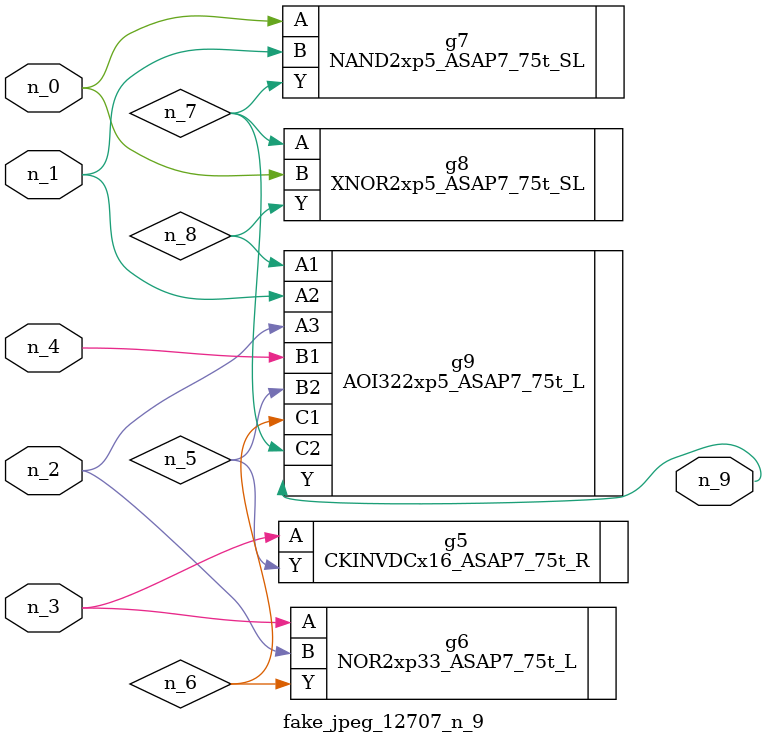
<source format=v>
module fake_jpeg_12707_n_9 (n_3, n_2, n_1, n_0, n_4, n_9);

input n_3;
input n_2;
input n_1;
input n_0;
input n_4;

output n_9;

wire n_8;
wire n_6;
wire n_5;
wire n_7;

CKINVDCx16_ASAP7_75t_R g5 ( 
.A(n_3),
.Y(n_5)
);

NOR2xp33_ASAP7_75t_L g6 ( 
.A(n_3),
.B(n_2),
.Y(n_6)
);

NAND2xp5_ASAP7_75t_SL g7 ( 
.A(n_0),
.B(n_1),
.Y(n_7)
);

XNOR2xp5_ASAP7_75t_SL g8 ( 
.A(n_7),
.B(n_0),
.Y(n_8)
);

AOI322xp5_ASAP7_75t_L g9 ( 
.A1(n_8),
.A2(n_1),
.A3(n_2),
.B1(n_4),
.B2(n_5),
.C1(n_6),
.C2(n_7),
.Y(n_9)
);


endmodule
</source>
